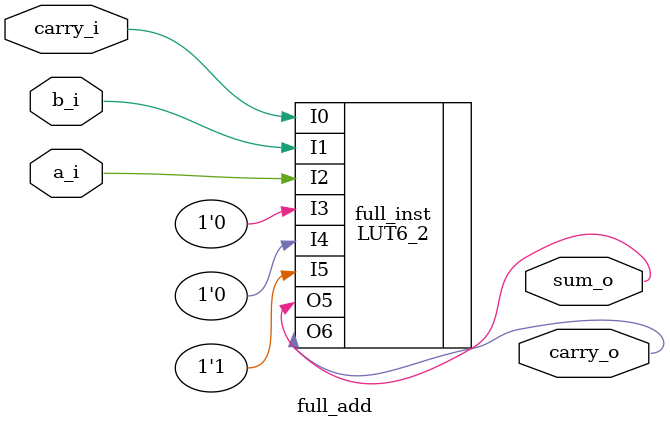
<source format=sv>
module full_add
  (input [0:0] a_i
  ,input [0:0] b_i
  ,input [0:0] carry_i
  ,output [0:0] carry_o
  ,output [0:0] sum_o);

   // Implement a Full Adder Module (full_add). You must use the LUT6_2 module.
   // 
   // Your code here:
   LUT6_2 #(.INIT(64'h0000_00E8_0000_0096)) full_inst(
   	.O5(sum_o),
   	.O6(carry_o),
   	.I0(carry_i),
   	.I1(b_i),
   	.I2(a_i),
   	.I3(1'b0),
   	.I4(1'b0),
   	.I5(1'b1));
endmodule

</source>
